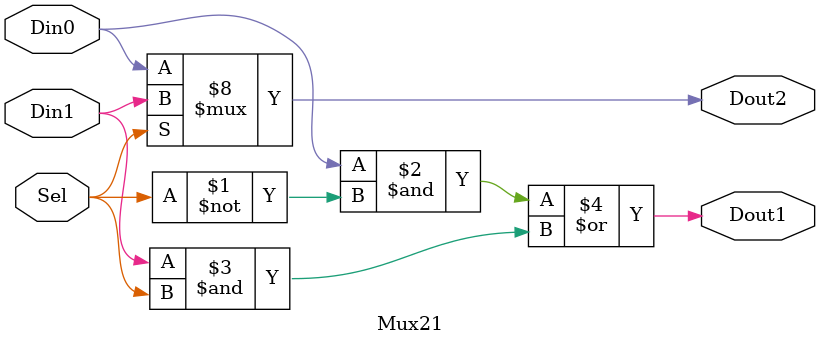
<source format=v>
`timescale 1ns / 1ps


module Mux21(
    input Din0,
    input Din1,
    input Sel,
    output Dout1,
    output Dout2
    );
    
    assign Dout1 = (Din0 & ~Sel) | (Din1 & Sel);
    
    reg Dout2;
    always @ (Din0 or Din1 or Sel)
    begin
        if (Sel==1)
            Dout2 = Din1;
        else
            Dout2 = Din0;
    end 
endmodule

</source>
